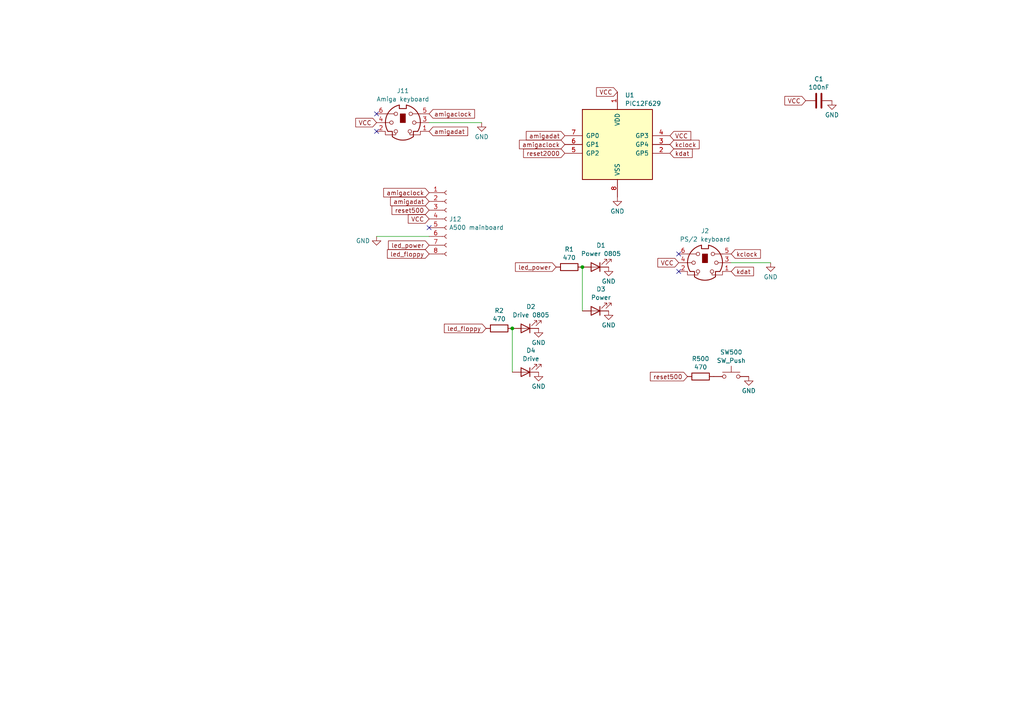
<source format=kicad_sch>
(kicad_sch (version 20230121) (generator eeschema)
  (paper "A4")
  (lib_symbols
    (symbol "Connector:Conn_01x08_Socket" (pin_names (offset 1.016) hide)
      (property "Reference" "J" (at 0 10.16 0))
      (property "Value" "Conn_01x08_Socket" (at 0 -12.7 0))
      (symbol "Conn_01x08_Socket_1_1"
        (arc (start 0 -9.652) (mid -0.5058 -10.16) (end 0 -10.668) (stroke (width 0.1524)))
        (arc (start 0 -7.112) (mid -0.5058 -7.62) (end 0 -8.128) (stroke (width 0.1524)))
        (arc (start 0 -4.572) (mid -0.5058 -5.08) (end 0 -5.588) (stroke (width 0.1524)))
        (arc (start 0 -2.032) (mid -0.5058 -2.54) (end 0 -3.048) (stroke (width 0.1524)))
        (polyline (pts (xy -1.27 -10.16) (xy -0.508 -10.16)) (stroke (width 0.1524)))
        (polyline (pts (xy -1.27 -7.62) (xy -0.508 -7.62)) (stroke (width 0.1524)))
        (polyline (pts (xy -1.27 -5.08) (xy -0.508 -5.08)) (stroke (width 0.1524)))
        (polyline (pts (xy -1.27 -2.54) (xy -0.508 -2.54)) (stroke (width 0.1524)))
        (polyline (pts (xy -1.27 0) (xy -0.508 0)) (stroke (width 0.1524)))
        (polyline (pts (xy -1.27 2.54) (xy -0.508 2.54)) (stroke (width 0.1524)))
        (polyline (pts (xy -1.27 5.08) (xy -0.508 5.08)) (stroke (width 0.1524)))
        (polyline (pts (xy -1.27 7.62) (xy -0.508 7.62)) (stroke (width 0.1524)))
        (arc (start 0 0.508) (mid -0.5058 0) (end 0 -0.508) (stroke (width 0.1524)))
        (arc (start 0 3.048) (mid -0.5058 2.54) (end 0 2.032) (stroke (width 0.1524)))
        (arc (start 0 5.588) (mid -0.5058 5.08) (end 0 4.572) (stroke (width 0.1524)))
        (arc (start 0 8.128) (mid -0.5058 7.62) (end 0 7.112) (stroke (width 0.1524)))
        (pin passive line (at -5.08 7.62 0) (length 3.81) (name "Pin_1") (number "1"))
        (pin passive line (at -5.08 5.08 0) (length 3.81) (name "Pin_2") (number "2"))
        (pin passive line (at -5.08 2.54 0) (length 3.81) (name "Pin_3") (number "3"))
        (pin passive line (at -5.08 0 0) (length 3.81) (name "Pin_4") (number "4"))
        (pin passive line (at -5.08 -2.54 0) (length 3.81) (name "Pin_5") (number "5"))
        (pin passive line (at -5.08 -5.08 0) (length 3.81) (name "Pin_6") (number "6"))
        (pin passive line (at -5.08 -7.62 0) (length 3.81) (name "Pin_7") (number "7"))
        (pin passive line (at -5.08 -10.16 0) (length 3.81) (name "Pin_8") (number "8"))
      )
    )
    (symbol "Connector:Mini-DIN-6" (pin_names (offset 1.016))
      (property "Reference" "J" (at 0 6.35 0))
      (property "Value" "Mini-DIN-6" (at 0 -6.35 0))
      (symbol "Mini-DIN-6_0_1"
        (circle (center -3.302 0) (radius 0.508))
        (arc (start -3.048 -4.064) (mid 0 -5.08) (end 3.048 -4.064) (stroke (width 0.254)))
        (circle (center -2.032 -2.54) (radius 0.508))
        (circle (center -2.032 2.54) (radius 0.508))
        (arc (start -1.016 5.08) (mid -4.6228 2.1214) (end -4.318 -2.54) (stroke (width 0.254)))
        (rectangle (start -0.762 2.54) (end 0.762 0) (fill (type outline)))
        (polyline (pts (xy -3.81 0) (xy -5.08 0)))
        (polyline (pts (xy -2.54 2.54) (xy -5.08 2.54)))
        (polyline (pts (xy 2.794 2.54) (xy 5.08 2.54)))
        (polyline (pts (xy 5.08 0) (xy 3.81 0)))
        (polyline (pts (xy -4.318 -2.54) (xy -3.048 -2.54) (xy -3.048 -4.064)) (stroke (width 0.254)))
        (polyline (pts (xy 4.318 -2.54) (xy 3.048 -2.54) (xy 3.048 -4.064)) (stroke (width 0.254)))
        (polyline (pts (xy -2.032 -3.048) (xy -2.032 -3.556) (xy -5.08 -3.556) (xy -5.08 -2.54)))
        (polyline (pts (xy -1.016 5.08) (xy -1.016 4.064) (xy 1.016 4.064) (xy 1.016 5.08)) (stroke (width 0.254)))
        (polyline (pts (xy 2.032 -3.048) (xy 2.032 -3.556) (xy 5.08 -3.556) (xy 5.08 -2.54)))
        (circle (center 2.032 -2.54) (radius 0.508))
        (circle (center 2.286 2.54) (radius 0.508))
        (circle (center 3.302 0) (radius 0.508))
        (arc (start 4.318 -2.54) (mid 4.6661 2.1322) (end 1.016 5.08) (stroke (width 0.254)))
      )
      (symbol "Mini-DIN-6_1_1"
        (pin passive line (at 7.62 -2.54 180) (length 2.54) (name "~") (number "1"))
        (pin passive line (at -7.62 -2.54 0) (length 2.54) (name "~") (number "2"))
        (pin passive line (at 7.62 0 180) (length 2.54) (name "~") (number "3"))
        (pin passive line (at -7.62 0 0) (length 2.54) (name "~") (number "4"))
        (pin passive line (at 7.62 2.54 180) (length 2.54) (name "~") (number "5"))
        (pin passive line (at -7.62 2.54 0) (length 2.54) (name "~") (number "6"))
      )
    )
    (symbol "Device:C" (pin_numbers hide) (pin_names (offset 0.254))
      (property "Reference" "C" (at 0.635 2.54 0))
      (property "Value" "C" (at 0.635 -2.54 0))
      (symbol "C_0_1"
        (polyline (pts (xy -2.032 -0.762) (xy 2.032 -0.762)) (stroke (width 0.508)))
        (polyline (pts (xy -2.032 0.762) (xy 2.032 0.762)) (stroke (width 0.508)))
      )
      (symbol "C_1_1"
        (pin passive line (at 0 3.81 270) (length 2.794) (name "~") (number "1"))
        (pin passive line (at 0 -3.81 90) (length 2.794) (name "~") (number "2"))
      )
    )
    (symbol "Device:LED" (pin_numbers hide) (pin_names (offset 1.016) hide)
      (property "Reference" "D" (at 0 2.54 0))
      (property "Value" "LED" (at 0 -2.54 0))
      (symbol "LED_0_1"
        (polyline (pts (xy -1.27 -1.27) (xy -1.27 1.27)) (stroke (width 0.254)))
        (polyline (pts (xy -1.27 0) (xy 1.27 0)))
        (polyline (pts (xy 1.27 -1.27) (xy 1.27 1.27) (xy -1.27 0) (xy 1.27 -1.27)) (stroke (width 0.254)))
        (polyline (pts (xy -3.048 -0.762) (xy -4.572 -2.286) (xy -3.81 -2.286) (xy -4.572 -2.286) (xy -4.572 -1.524)))
        (polyline (pts (xy -1.778 -0.762) (xy -3.302 -2.286) (xy -2.54 -2.286) (xy -3.302 -2.286) (xy -3.302 -1.524)))
      )
      (symbol "LED_1_1"
        (pin passive line (at -3.81 0 0) (length 2.54) (name "K") (number "1"))
        (pin passive line (at 3.81 0 180) (length 2.54) (name "A") (number "2"))
      )
    )
    (symbol "Device:R" (pin_numbers hide) (pin_names (offset 0))
      (property "Reference" "R" (at 2.032 0 90))
      (property "Value" "R" (at 0 0 90))
      (symbol "R_0_1"
        (rectangle (start -1.016 -2.54) (end 1.016 2.54) (stroke (width 0.254)))
      )
      (symbol "R_1_1"
        (pin passive line (at 0 3.81 270) (length 1.27) (name "~") (number "1"))
        (pin passive line (at 0 -3.81 90) (length 1.27) (name "~") (number "2"))
      )
    )
    (symbol "MCU_Microchip_PIC12:PIC12F629-IP" (pin_names (offset 1.016))
      (property "Reference" "U" (at 1.27 13.97 0))
      (property "Value" "PIC12F629-IP" (at 1.27 11.43 0))
      (symbol "PIC12F629-IP_0_1"
        (rectangle (start 10.16 -10.16) (end -10.16 10.16) (stroke (width 0.254)) (fill (type background)))
      )
      (symbol "PIC12F629-IP_1_1"
        (pin power_in line (at 0 15.24 270) (length 5.08) (name "VDD") (number "1"))
        (pin bidirectional line (at 15.24 -2.54 180) (length 5.08) (name "GP5") (number "2"))
        (pin bidirectional line (at 15.24 0 180) (length 5.08) (name "GP4") (number "3"))
        (pin input line (at 15.24 2.54 180) (length 5.08) (name "GP3") (number "4"))
        (pin bidirectional line (at -15.24 -2.54 0) (length 5.08) (name "GP2") (number "5"))
        (pin bidirectional line (at -15.24 0 0) (length 5.08) (name "GP1") (number "6"))
        (pin bidirectional line (at -15.24 2.54 0) (length 5.08) (name "GP0") (number "7"))
        (pin power_in line (at 0 -15.24 90) (length 5.08) (name "VSS") (number "8"))
      )
    )
    (symbol "Switch:SW_Push" (pin_numbers hide) (pin_names (offset 1.016) hide)
      (property "Reference" "SW" (at 1.27 2.54 0))
      (property "Value" "SW_Push" (at 0 -1.524 0))
      (symbol "SW_Push_0_1"
        (circle (center -2.032 0) (radius 0.508))
        (polyline (pts (xy 0 1.27) (xy 0 3.048)))
        (polyline (pts (xy 2.54 1.27) (xy -2.54 1.27)))
        (circle (center 2.032 0) (radius 0.508))
        (pin passive line (at -5.08 0 0) (length 2.54) (name "1") (number "1"))
        (pin passive line (at 5.08 0 180) (length 2.54) (name "2") (number "2"))
      )
    )
    (symbol "power:GND" (power) (pin_names (offset 0))
      (property "Value" "GND" (at 0 -3.81 0))
      (symbol "GND_0_1"
        (polyline (pts (xy 0 0) (xy 0 -1.27) (xy 1.27 -1.27) (xy 0 -2.54) (xy -1.27 -1.27) (xy 0 -1.27)))
      )
      (symbol "GND_1_1"
        (pin power_in line (at 0 0 270) (length 0) hide (name "GND") (number "1"))
      )
    )
  )
  (junction (at 148.59 95.25))
  (junction (at 168.91 77.47))
  (no_connect (at 109.22 38.1))
  (no_connect (at 124.46 66.04))
  (no_connect (at 196.85 78.74))
  (no_connect (at 196.85 73.66))
  (no_connect (at 109.22 33.02))
  (wire (pts (xy 168.91 77.47) (xy 168.91 90.17)))
  (wire (pts (xy 109.22 68.58) (xy 124.46 68.58)))
  (wire (pts (xy 212.09 76.2) (xy 223.52 76.2)))
  (wire (pts (xy 124.46 35.56) (xy 139.7 35.56)))
  (wire (pts (xy 148.59 95.25) (xy 148.59 107.95)))
  (global_label "kdat" (shape input) (at 194.31 44.45 0) (property "Intersheetrefs" "${INTERSHEET_REFS}" (effects hide)))
  (global_label "VCC" (shape input) (at 124.46 63.5 180) (property "Intersheetrefs" "${INTERSHEET_REFS}" (effects hide)))
  (global_label "VCC" (shape input) (at 179.07 26.67 180) (property "Intersheetrefs" "${INTERSHEET_REFS}" (effects hide)))
  (global_label "reset500" (shape input) (at 124.46 60.96 180) (property "Intersheetrefs" "${INTERSHEET_REFS}" (effects hide)))
  (global_label "amigadat" (shape input) (at 124.46 58.42 180) (property "Intersheetrefs" "${INTERSHEET_REFS}" (effects hide)))
  (global_label "kclock" (shape input) (at 212.09 73.66 0) (property "Intersheetrefs" "${INTERSHEET_REFS}" (effects hide)))
  (global_label "kdat" (shape input) (at 212.09 78.74 0) (property "Intersheetrefs" "${INTERSHEET_REFS}" (effects hide)))
  (global_label "reset2000" (shape input) (at 163.83 44.45 180) (property "Intersheetrefs" "${INTERSHEET_REFS}" (effects hide)))
  (global_label "reset500" (shape input) (at 199.39 109.22 180) (property "Intersheetrefs" "${INTERSHEET_REFS}" (effects hide)))
  (global_label "led_floppy" (shape input) (at 124.46 73.66 180) (property "Intersheetrefs" "${INTERSHEET_REFS}" (effects hide)))
  (global_label "amigaclock" (shape input) (at 124.46 33.02 0) (property "Intersheetrefs" "${INTERSHEET_REFS}" (effects hide)))
  (global_label "amigaclock" (shape input) (at 124.46 55.88 180) (property "Intersheetrefs" "${INTERSHEET_REFS}" (effects hide)))
  (global_label "VCC" (shape input) (at 109.22 35.56 180) (property "Intersheetrefs" "${INTERSHEET_REFS}" (effects hide)))
  (global_label "led_power" (shape input) (at 161.29 77.47 180) (property "Intersheetrefs" "${INTERSHEET_REFS}" (effects hide)))
  (global_label "VCC" (shape input) (at 196.85 76.2 180) (property "Intersheetrefs" "${INTERSHEET_REFS}" (effects hide)))
  (global_label "VCC" (shape input) (at 194.31 39.37 0) (property "Intersheetrefs" "${INTERSHEET_REFS}" (effects hide)))
  (global_label "VCC" (shape input) (at 233.68 29.21 180) (property "Intersheetrefs" "${INTERSHEET_REFS}" (effects hide)))
  (global_label "led_floppy" (shape input) (at 140.97 95.25 180) (property "Intersheetrefs" "${INTERSHEET_REFS}" (effects hide)))
  (global_label "amigaclock" (shape input) (at 163.83 41.91 180) (property "Intersheetrefs" "${INTERSHEET_REFS}" (effects hide)))
  (global_label "amigadat" (shape input) (at 163.83 39.37 180) (property "Intersheetrefs" "${INTERSHEET_REFS}" (effects hide)))
  (global_label "kclock" (shape input) (at 194.31 41.91 0) (property "Intersheetrefs" "${INTERSHEET_REFS}" (effects hide)))
  (global_label "led_power" (shape input) (at 124.46 71.12 180) (property "Intersheetrefs" "${INTERSHEET_REFS}" (effects hide)))
  (global_label "amigadat" (shape input) (at 124.46 38.1 0) (property "Intersheetrefs" "${INTERSHEET_REFS}" (effects hide)))
  (symbol (lib_id "Connector:Mini-DIN-6") (at 116.84 35.56 0) (unit 1)
    (property "Reference" "J11" (at 116.8577 26.3357 0))
    (property "Value" "Amiga keyboard" (at 116.8577 28.7599 0))
    (property "Footprint" "own:Mini-DIN-6_PS2-Keyboard-Socket_Connfly_DS1093-01-PN60" (effects hide))
    (property "Datasheet" "http://service.powerdynamics.com/ec/Catalog17/Section%2011.pdf" (effects hide))
    (property "LCSC" "C77848" (effects hide))
    (property "Reichelt" "EB-DIOS M06V" (effects hide))
  )
  (symbol (lib_id "power:GND") (at 223.52 76.2 0) (unit 1)
    (property "Reference" "#PWR01" (effects hide))
    (property "Value" "GND" (at 223.52 80.3331 0))
  )
  (symbol (lib_id "Connector:Mini-DIN-6") (at 204.47 76.2 0) (unit 1)
    (property "Reference" "J2" (at 204.4877 66.9757 0))
    (property "Value" "PS/2 keyboard" (at 204.4877 69.3999 0))
    (property "Footprint" "own:Mini-DIN-6_PS2-Keyboard-Socket_Connfly_DS1093-01-PN60" (effects hide))
    (property "Datasheet" "http://service.powerdynamics.com/ec/Catalog17/Section%2011.pdf" (effects hide))
    (property "LCSC" "C77848" (effects hide))
    (property "Reichelt" "EB-DIOS M06V" (effects hide))
  )
  (symbol (lib_id "Device:R") (at 144.78 95.25 90) (unit 1)
    (property "Reference" "R2" (at 144.78 90.0897 90))
    (property "Value" "470" (at 144.78 92.5139 90))
    (property "Footprint" "Resistor_SMD:R_0805_2012Metric_Pad1.20x1.40mm_HandSolder" (effects hide))
    (property "JLCPCB" "C17710" (effects hide))
    (property "Reichelt" "SMD-0805 470" (effects hide))
  )
  (symbol (lib_id "power:GND") (at 176.53 77.47 0) (unit 1)
    (property "Reference" "#PWR04" (effects hide))
    (property "Value" "GND" (at 176.53 81.6031 0))
  )
  (symbol (lib_id "MCU_Microchip_PIC12:PIC12F629-IP") (at 179.07 41.91 0) (unit 1)
    (property "Reference" "U1" (at 181.2641 27.6057 0) (effects (justify left)))
    (property "Value" "PIC12F629" (at 181.2641 30.0299 0) (effects (justify left)))
    (property "Footprint" "Package_DIP:DIP-8_W7.62mm" (effects hide))
    (property "Datasheet" "http://ww1.microchip.com/downloads/en/DeviceDoc/41190G.pdf" (effects hide))
    (property "LCSC" "C72124" (effects hide))
    (property "Reichelt" "PIC 12F629-I/P" (effects hide))
  )
  (symbol (lib_id "Device:LED") (at 172.72 90.17 180) (unit 1)
    (property "Reference" "D3" (at 174.3075 83.8667 0))
    (property "Value" "Power" (at 174.3075 86.2909 0))
    (property "Footprint" "LED_THT:LED_D3.0mm" (effects hide))
  )
  (symbol (lib_id "Device:R") (at 203.2 109.22 90) (unit 1)
    (property "Reference" "R500" (at 203.2 104.0597 90))
    (property "Value" "470" (at 203.2 106.4839 90))
    (property "Footprint" "Resistor_SMD:R_0805_2012Metric_Pad1.20x1.40mm_HandSolder" (effects hide))
    (property "JLCPCB" "C17710" (effects hide))
    (property "Reichelt" "SMD-0805 470" (effects hide))
  )
  (symbol (lib_id "power:GND") (at 139.7 35.56 0) (unit 1)
    (property "Reference" "#PWR08" (effects hide))
    (property "Value" "GND" (at 139.7 39.6931 0))
  )
  (symbol (lib_id "power:GND") (at 109.22 68.58 0) (mirror y) (unit 1)
    (property "Reference" "#PWR03" (effects hide))
    (property "Value" "GND" (at 107.315 69.85 0) (effects (justify left)))
  )
  (symbol (lib_id "power:GND") (at 179.07 57.15 0) (unit 1)
    (property "Reference" "#PWR02" (effects hide))
    (property "Value" "GND" (at 179.07 61.2831 0))
  )
  (symbol (lib_id "power:GND") (at 176.53 90.17 0) (unit 1)
    (property "Reference" "#PWR07" (effects hide))
    (property "Value" "GND" (at 176.53 94.3031 0))
  )
  (symbol (lib_id "Device:LED") (at 152.4 95.25 180) (unit 1)
    (property "Reference" "D2" (at 153.9875 88.9467 0))
    (property "Value" "Drive 0805" (at 153.9875 91.3709 0))
    (property "Footprint" "LED_SMD:LED_0805_2012Metric_Pad1.15x1.40mm_HandSolder" (effects hide))
    (property "JLCPCB" "C2296" (effects hide))
    (property "Reichelt" "LY R976" (effects hide))
  )
  (symbol (lib_id "Device:LED") (at 152.4 107.95 180) (unit 1)
    (property "Reference" "D4" (at 153.9875 101.6467 0))
    (property "Value" "Drive" (at 153.9875 104.0709 0))
    (property "Footprint" "LED_THT:LED_D3.0mm" (effects hide))
  )
  (symbol (lib_id "power:GND") (at 217.17 109.22 0) (unit 1)
    (property "Reference" "#PWR010" (effects hide))
    (property "Value" "GND" (at 217.17 113.3531 0))
  )
  (symbol (lib_id "Device:C") (at 237.49 29.21 90) (unit 1)
    (property "Reference" "C1" (at 237.49 22.9067 90))
    (property "Value" "100nF" (at 237.49 25.3309 90))
    (property "Footprint" "Capacitor_SMD:C_0805_2012Metric_Pad1.18x1.45mm_HandSolder" (effects hide))
    (property "JLCPCB" "C49678" (effects hide))
    (property "Reichelt" "KEM X7R0805 100N" (effects hide))
  )
  (symbol (lib_id "Device:R") (at 165.1 77.47 90) (unit 1)
    (property "Reference" "R1" (at 165.1 72.3097 90))
    (property "Value" "470" (at 165.1 74.7339 90))
    (property "Footprint" "Resistor_SMD:R_0805_2012Metric_Pad1.20x1.40mm_HandSolder" (effects hide))
    (property "JLCPCB" "C17710" (effects hide))
    (property "Reichelt" "SMD-0805 470" (effects hide))
  )
  (symbol (lib_id "Connector:Conn_01x08_Socket") (at 129.54 63.5 0) (unit 1)
    (property "Reference" "J12" (at 130.2512 63.5579 0) (effects (justify left)))
    (property "Value" "A500 mainboard" (at 130.2512 65.9821 0) (effects (justify left)))
    (property "Footprint" "Connector_PinSocket_2.54mm:PinSocket_1x08_P2.54mm_Vertical" (effects hide))
    (property "LCSC" "C2685213" (effects hide))
    (property "Reichelt" "MPE 094-1-008" (effects hide))
  )
  (symbol (lib_id "Switch:SW_Push") (at 212.09 109.22 0) (mirror y) (unit 1)
    (property "Reference" "SW500" (at 212.09 102.1547 0))
    (property "Value" "SW_Push" (at 212.09 104.5789 0))
    (property "Footprint" "Connector_PinHeader_2.54mm:PinHeader_1x02_P2.54mm_Horizontal" (effects hide))
    (property "LCSC" "C7501290" (effects hide))
    (property "Reichelt" "W+P 946-142" (effects hide))
  )
  (symbol (lib_id "power:GND") (at 156.21 107.95 0) (unit 1)
    (property "Reference" "#PWR06" (effects hide))
    (property "Value" "GND" (at 156.21 112.0831 0))
  )
  (symbol (lib_id "power:GND") (at 241.3 29.21 0) (unit 1)
    (property "Reference" "#PWR09" (effects hide))
    (property "Value" "GND" (at 241.3 33.3431 0))
  )
  (symbol (lib_id "Device:LED") (at 172.72 77.47 180) (unit 1)
    (property "Reference" "D1" (at 174.3075 71.1667 0))
    (property "Value" "Power 0805" (at 174.3075 73.5909 0))
    (property "Footprint" "LED_SMD:LED_0805_2012Metric_Pad1.15x1.40mm_HandSolder" (effects hide))
    (property "JLCPCB" "C2297" (effects hide))
    (property "Reichelt" "LG R971" (effects hide))
  )
  (symbol (lib_id "power:GND") (at 156.21 95.25 0) (unit 1)
    (property "Reference" "#PWR05" (effects hide))
    (property "Value" "GND" (at 156.21 99.3831 0))
  )
)
</source>
